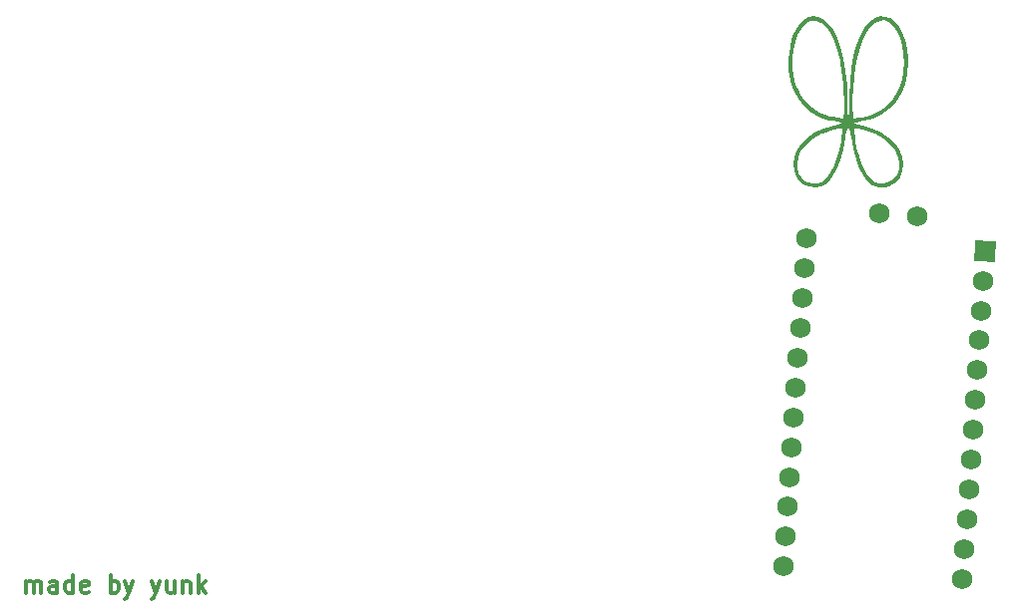
<source format=gbr>
%TF.GenerationSoftware,KiCad,Pcbnew,(6.0.2)*%
%TF.CreationDate,2022-03-13T23:04:35-07:00*%
%TF.ProjectId,polished,706f6c69-7368-4656-942e-6b696361645f,v1.0.0*%
%TF.SameCoordinates,Original*%
%TF.FileFunction,Legend,Bot*%
%TF.FilePolarity,Positive*%
%FSLAX46Y46*%
G04 Gerber Fmt 4.6, Leading zero omitted, Abs format (unit mm)*
G04 Created by KiCad (PCBNEW (6.0.2)) date 2022-03-13 23:04:35*
%MOMM*%
%LPD*%
G01*
G04 APERTURE LIST*
G04 Aperture macros list*
%AMRotRect*
0 Rectangle, with rotation*
0 The origin of the aperture is its center*
0 $1 length*
0 $2 width*
0 $3 Rotation angle, in degrees counterclockwise*
0 Add horizontal line*
21,1,$1,$2,0,0,$3*%
G04 Aperture macros list end*
%ADD10C,0.300000*%
%ADD11C,1.752600*%
%ADD12RotRect,1.752600X1.752600X266.000000*%
G04 APERTURE END LIST*
D10*
X27988571Y-3218571D02*
X27988571Y-2218571D01*
X27988571Y-2361428D02*
X28060000Y-2290000D01*
X28202857Y-2218571D01*
X28417142Y-2218571D01*
X28560000Y-2290000D01*
X28631428Y-2432857D01*
X28631428Y-3218571D01*
X28631428Y-2432857D02*
X28702857Y-2290000D01*
X28845714Y-2218571D01*
X29060000Y-2218571D01*
X29202857Y-2290000D01*
X29274285Y-2432857D01*
X29274285Y-3218571D01*
X30631428Y-3218571D02*
X30631428Y-2432857D01*
X30560000Y-2290000D01*
X30417142Y-2218571D01*
X30131428Y-2218571D01*
X29988571Y-2290000D01*
X30631428Y-3147142D02*
X30488571Y-3218571D01*
X30131428Y-3218571D01*
X29988571Y-3147142D01*
X29917142Y-3004285D01*
X29917142Y-2861428D01*
X29988571Y-2718571D01*
X30131428Y-2647142D01*
X30488571Y-2647142D01*
X30631428Y-2575714D01*
X31988571Y-3218571D02*
X31988571Y-1718571D01*
X31988571Y-3147142D02*
X31845714Y-3218571D01*
X31560000Y-3218571D01*
X31417142Y-3147142D01*
X31345714Y-3075714D01*
X31274285Y-2932857D01*
X31274285Y-2504285D01*
X31345714Y-2361428D01*
X31417142Y-2290000D01*
X31560000Y-2218571D01*
X31845714Y-2218571D01*
X31988571Y-2290000D01*
X33274285Y-3147142D02*
X33131428Y-3218571D01*
X32845714Y-3218571D01*
X32702857Y-3147142D01*
X32631428Y-3004285D01*
X32631428Y-2432857D01*
X32702857Y-2290000D01*
X32845714Y-2218571D01*
X33131428Y-2218571D01*
X33274285Y-2290000D01*
X33345714Y-2432857D01*
X33345714Y-2575714D01*
X32631428Y-2718571D01*
X35131428Y-3218571D02*
X35131428Y-1718571D01*
X35131428Y-2290000D02*
X35274285Y-2218571D01*
X35560000Y-2218571D01*
X35702857Y-2290000D01*
X35774285Y-2361428D01*
X35845714Y-2504285D01*
X35845714Y-2932857D01*
X35774285Y-3075714D01*
X35702857Y-3147142D01*
X35560000Y-3218571D01*
X35274285Y-3218571D01*
X35131428Y-3147142D01*
X36345714Y-2218571D02*
X36702857Y-3218571D01*
X37060000Y-2218571D02*
X36702857Y-3218571D01*
X36560000Y-3575714D01*
X36488571Y-3647142D01*
X36345714Y-3718571D01*
X38631428Y-2218571D02*
X38988571Y-3218571D01*
X39345714Y-2218571D02*
X38988571Y-3218571D01*
X38845714Y-3575714D01*
X38774285Y-3647142D01*
X38631428Y-3718571D01*
X40560000Y-2218571D02*
X40560000Y-3218571D01*
X39917142Y-2218571D02*
X39917142Y-3004285D01*
X39988571Y-3147142D01*
X40131428Y-3218571D01*
X40345714Y-3218571D01*
X40488571Y-3147142D01*
X40560000Y-3075714D01*
X41274285Y-2218571D02*
X41274285Y-3218571D01*
X41274285Y-2361428D02*
X41345714Y-2290000D01*
X41488571Y-2218571D01*
X41702857Y-2218571D01*
X41845714Y-2290000D01*
X41917142Y-2432857D01*
X41917142Y-3218571D01*
X42631428Y-3218571D02*
X42631428Y-1718571D01*
X42774285Y-2647142D02*
X43202857Y-3218571D01*
X43202857Y-2218571D02*
X42631428Y-2790000D01*
%TO.C,G\u002A\u002A\u002A*%
G36*
X98277736Y36691579D02*
G01*
X98335136Y36636340D01*
X98553867Y36566271D01*
X98932195Y36471858D01*
X99745126Y36226272D01*
X100510768Y35881078D01*
X101159718Y35459769D01*
X101681935Y34971840D01*
X102067378Y34426789D01*
X102306007Y33834113D01*
X102380527Y33259267D01*
X102387781Y33203310D01*
X102387466Y33155432D01*
X102315754Y32541694D01*
X102116933Y32038377D01*
X101788875Y31641747D01*
X101329448Y31348069D01*
X101228700Y31306035D01*
X100764396Y31202937D01*
X100284527Y31218284D01*
X99857559Y31351898D01*
X99808135Y31378253D01*
X99385818Y31705045D01*
X99004573Y32188856D01*
X98667717Y32822366D01*
X98378566Y33598255D01*
X98140436Y34509201D01*
X97956645Y35547886D01*
X97930703Y35721794D01*
X97866183Y36059269D01*
X97852890Y36098295D01*
X98241737Y36098295D01*
X98259860Y35844283D01*
X98304167Y35499349D01*
X98369028Y35098633D01*
X98448809Y34677275D01*
X98537878Y34270413D01*
X98630602Y33913187D01*
X98656954Y33823673D01*
X98936750Y33043331D01*
X99260893Y32418077D01*
X99627348Y31951202D01*
X100034077Y31645995D01*
X100389401Y31532864D01*
X100813151Y31542024D01*
X101228485Y31679547D01*
X101595047Y31931436D01*
X101872485Y32283692D01*
X102045799Y32740264D01*
X102083606Y33259267D01*
X101975689Y33788159D01*
X101731009Y34308277D01*
X101358528Y34800959D01*
X100867206Y35247543D01*
X100266005Y35629367D01*
X100018349Y35746328D01*
X99671041Y35884887D01*
X99296181Y36015085D01*
X98930659Y36125861D01*
X98611370Y36206154D01*
X98375206Y36244905D01*
X98259059Y36231053D01*
X98255434Y36226248D01*
X98241737Y36098295D01*
X97852890Y36098295D01*
X97801245Y36249921D01*
X97731114Y36309886D01*
X97702986Y36301109D01*
X97635437Y36192360D01*
X97616229Y36118861D01*
X97571229Y35946665D01*
X97505584Y35547886D01*
X97487910Y35426133D01*
X97297904Y34401310D01*
X97053929Y33505040D01*
X96759302Y32744644D01*
X96417339Y32127441D01*
X96031356Y31660752D01*
X95604670Y31351898D01*
X95390666Y31264836D01*
X94913557Y31192525D01*
X94420420Y31254835D01*
X93956183Y31443031D01*
X93565773Y31748376D01*
X93311050Y32105253D01*
X93123251Y32608020D01*
X93065121Y33131701D01*
X93384892Y33131701D01*
X93395410Y32926126D01*
X93518552Y32430969D01*
X93769045Y32020432D01*
X94133021Y31720671D01*
X94360441Y31621304D01*
X94737500Y31540309D01*
X95107626Y31539695D01*
X95402781Y31624609D01*
X95412852Y31630202D01*
X95839826Y31963253D01*
X96219777Y32456715D01*
X96551026Y33107897D01*
X96831894Y33914108D01*
X96841892Y33949158D01*
X96934414Y34313174D01*
X97022688Y34723100D01*
X97101079Y35143785D01*
X97163956Y35540074D01*
X97205685Y35876817D01*
X97220634Y36118861D01*
X97203170Y36231053D01*
X97111916Y36246409D01*
X96890699Y36214523D01*
X96581065Y36139508D01*
X96219909Y36032424D01*
X95844121Y35904332D01*
X95490596Y35766293D01*
X95196224Y35629367D01*
X94616446Y35266628D01*
X94094757Y34799510D01*
X93707995Y34277494D01*
X93467570Y33716313D01*
X93384892Y33131701D01*
X93065121Y33131701D01*
X93061489Y33164421D01*
X93129081Y33738739D01*
X93329341Y34295259D01*
X93670792Y34831156D01*
X94193263Y35366892D01*
X94851364Y35823957D01*
X95633990Y36194796D01*
X96530034Y36471858D01*
X96852846Y36551572D01*
X97100014Y36625265D01*
X97186159Y36682441D01*
X97125957Y36721864D01*
X97661424Y36721864D01*
X97731114Y36690886D01*
X97775937Y36696996D01*
X97787559Y36747330D01*
X97775150Y36757463D01*
X97674670Y36747330D01*
X97661424Y36721864D01*
X97125957Y36721864D01*
X97109546Y36732611D01*
X96868443Y36785290D01*
X96461114Y36849988D01*
X96119236Y36914493D01*
X95327588Y37175853D01*
X94623727Y37572789D01*
X94015354Y38094427D01*
X93510173Y38729899D01*
X93115886Y39468332D01*
X92840196Y40298856D01*
X92690807Y41210600D01*
X92676205Y42142578D01*
X93005967Y42142578D01*
X93014612Y41397271D01*
X93105113Y40659364D01*
X93280653Y39954188D01*
X93544412Y39307072D01*
X93690706Y39050756D01*
X94128846Y38488162D01*
X94678551Y37985765D01*
X95299936Y37576886D01*
X95953114Y37294846D01*
X96118689Y37250652D01*
X96435880Y37184703D01*
X96773452Y37130033D01*
X97297456Y37058991D01*
X97356659Y37611822D01*
X97370151Y37811361D01*
X97374283Y38241162D01*
X97359431Y38776164D01*
X97328117Y39377995D01*
X97282867Y40008287D01*
X97226201Y40628668D01*
X97160645Y41200769D01*
X97088721Y41686219D01*
X97032754Y41988153D01*
X96813843Y42891837D01*
X96541502Y43672633D01*
X96220793Y44319751D01*
X95856777Y44822400D01*
X95454517Y45169789D01*
X95402764Y45201698D01*
X95007073Y45373971D01*
X94644153Y45389247D01*
X94290755Y45249111D01*
X94079243Y45093588D01*
X93726326Y44691221D01*
X93439359Y44169607D01*
X93221522Y43554075D01*
X93075998Y42869956D01*
X93005967Y42142578D01*
X92676205Y42142578D01*
X92675420Y42192693D01*
X92699003Y42508763D01*
X92824526Y43314597D01*
X93033840Y44037077D01*
X93318652Y44656645D01*
X93670667Y45153739D01*
X94081591Y45508802D01*
X94347469Y45647773D01*
X94785539Y45744810D01*
X95223455Y45675078D01*
X95664471Y45437813D01*
X96111842Y45032252D01*
X96431418Y44620855D01*
X96796106Y43947167D01*
X97098024Y43126937D01*
X97335594Y42166864D01*
X97507239Y41073644D01*
X97611383Y39853976D01*
X97646448Y38514556D01*
X97646928Y38332162D01*
X97648341Y38241162D01*
X97654906Y37818380D01*
X97672109Y37435654D01*
X97697768Y37196697D01*
X97731114Y37114219D01*
X97742142Y37122159D01*
X97773206Y37254114D01*
X97796347Y37538639D01*
X97810794Y37963024D01*
X97813898Y38306317D01*
X98088927Y38306317D01*
X98093230Y37848200D01*
X98120013Y37536179D01*
X98196781Y37069138D01*
X98700782Y37133112D01*
X98915059Y37164662D01*
X99248802Y37227938D01*
X99505115Y37292851D01*
X99784049Y37395457D01*
X100433306Y37737824D01*
X101031510Y38192386D01*
X101539426Y38726387D01*
X101917817Y39307072D01*
X102068050Y39639421D01*
X102284907Y40320301D01*
X102415221Y41045888D01*
X102462174Y41790853D01*
X102428948Y42529865D01*
X102318723Y43237596D01*
X102134682Y43888716D01*
X101880006Y44457894D01*
X101557876Y44919803D01*
X101171474Y45249111D01*
X101127999Y45274529D01*
X100774684Y45395750D01*
X100409004Y45361364D01*
X100007712Y45169789D01*
X99590724Y44816734D01*
X99219424Y44308467D01*
X98900627Y43647773D01*
X98633710Y42832743D01*
X98418052Y41861469D01*
X98253027Y40732042D01*
X98138014Y39442552D01*
X98106899Y38888818D01*
X98088927Y38306317D01*
X97813898Y38306317D01*
X97815781Y38514556D01*
X97818472Y38892153D01*
X97872285Y40181387D01*
X97993670Y41353939D01*
X98180665Y42403545D01*
X98431308Y43323936D01*
X98743636Y44108845D01*
X99115686Y44752008D01*
X99545496Y45247155D01*
X100031103Y45588022D01*
X100461063Y45730294D01*
X100891062Y45720540D01*
X101299959Y45564199D01*
X101678407Y45272786D01*
X102017061Y44857817D01*
X102306574Y44330808D01*
X102537601Y43703274D01*
X102700795Y42986731D01*
X102786809Y42192693D01*
X102797185Y41790853D01*
X102797222Y41789404D01*
X102726941Y40834336D01*
X102525759Y39953994D01*
X102201380Y39159251D01*
X101761505Y38460977D01*
X101213839Y37870043D01*
X100566083Y37397319D01*
X99825941Y37053677D01*
X99001114Y36849988D01*
X98653863Y36795617D01*
X98412537Y36747330D01*
X98383400Y36741500D01*
X98277736Y36691579D01*
G37*
%TD*%
D11*
%TO.C,*%
X103561872Y28758875D03*
X100329764Y28984885D03*
%TD*%
D12*
%TO.C,MCU1*%
X109370772Y25816498D03*
D11*
X109193591Y23282686D03*
X109016409Y20748873D03*
X108839228Y18215060D03*
X108662046Y15681248D03*
X108484865Y13147435D03*
X108307683Y10613622D03*
X108130502Y8079810D03*
X107953320Y5545997D03*
X107776139Y3012184D03*
X107598958Y478372D03*
X107421776Y-2055441D03*
X94167896Y26879587D03*
X93990714Y24345774D03*
X93813533Y21811962D03*
X93636352Y19278149D03*
X93459170Y16744336D03*
X93281989Y14210524D03*
X93104807Y11676711D03*
X92927626Y9142898D03*
X92750444Y6609086D03*
X92573263Y4075273D03*
X92396081Y1541460D03*
X92218900Y-992352D03*
%TD*%
M02*

</source>
